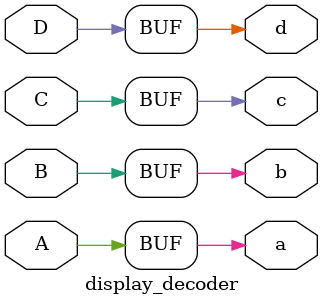
<source format=v>
module display_decoder(

input wire A,
input wire B,
input wire C,
input wire D,

output reg a,
output reg b,
output reg c,
output reg d);



assign a=A;
assign b=B;
assign c=C;
assign d=D;
endmodule

</source>
